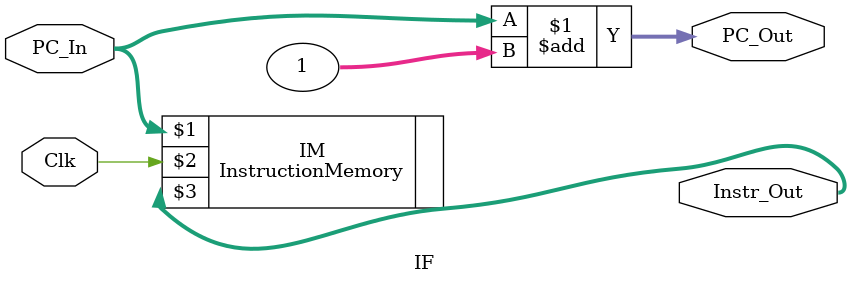
<source format=v>
`timescale 1ns / 1ps
module IF(PC_In,Clk,PC_Out,Instr_Out);
output [31:0] PC_Out;
output [31:0] Instr_Out;
input [31:0] PC_In;
input Clk;
InstructionMemory IM(PC_In,Clk,Instr_Out);
assign PC_Out=PC_In+32'd 1;

endmodule

</source>
